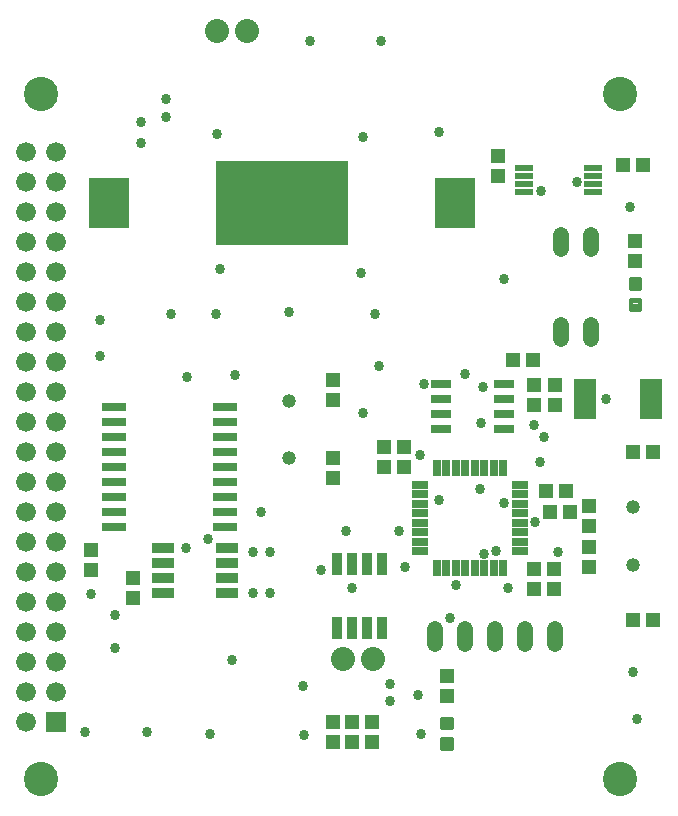
<source format=gbr>
G04 EAGLE Gerber X2 export*
%TF.Part,Single*%
%TF.FileFunction,Soldermask,Top,1*%
%TF.FilePolarity,Negative*%
%TF.GenerationSoftware,Autodesk,EAGLE,8.6.1*%
%TF.CreationDate,2018-11-15T20:20:10Z*%
G75*
%MOMM*%
%FSLAX34Y34*%
%LPD*%
%AMOC8*
5,1,8,0,0,1.08239X$1,22.5*%
G01*
%ADD10R,1.152400X1.252400*%
%ADD11R,1.701800X0.711200*%
%ADD12R,1.252400X1.152400*%
%ADD13R,1.625600X0.508000*%
%ADD14C,1.371600*%
%ADD15R,1.352400X0.652400*%
%ADD16R,0.652400X1.352400*%
%ADD17C,1.182400*%
%ADD18R,1.952400X3.352400*%
%ADD19R,3.352400X4.352400*%
%ADD20R,11.152400X7.152400*%
%ADD21C,2.032000*%
%ADD22C,0.345719*%
%ADD23C,2.902400*%
%ADD24R,1.676400X1.676400*%
%ADD25C,1.676400*%
%ADD26R,0.902400X1.852400*%
%ADD27R,2.152400X0.752400*%
%ADD28R,1.852400X0.902400*%
%ADD29C,0.858000*%


D10*
X452290Y553890D03*
X452290Y570890D03*
D11*
X403943Y377700D03*
X403943Y365000D03*
X403943Y352300D03*
X403943Y339600D03*
X457537Y339600D03*
X457537Y352300D03*
X457537Y365000D03*
X457537Y377700D03*
D10*
X568430Y481300D03*
X568430Y498300D03*
D12*
X575040Y562600D03*
X558040Y562600D03*
D13*
X533090Y540500D03*
X533090Y547000D03*
X533090Y553500D03*
X533090Y560000D03*
X474670Y560000D03*
X474670Y553500D03*
X474670Y547000D03*
X474670Y540500D03*
D12*
X496452Y269494D03*
X513452Y269494D03*
D10*
X482854Y221098D03*
X482854Y204098D03*
D12*
X492642Y286766D03*
X509642Y286766D03*
D10*
X499872Y220844D03*
X499872Y203844D03*
D12*
X372990Y307340D03*
X355990Y307340D03*
X372990Y323850D03*
X355990Y323850D03*
X566810Y177800D03*
X583810Y177800D03*
X566810Y320040D03*
X583810Y320040D03*
D14*
X398780Y169926D02*
X398780Y157734D01*
X424180Y157734D02*
X424180Y169926D01*
X449580Y169926D02*
X449580Y157734D01*
X474980Y157734D02*
X474980Y169926D01*
X500380Y169926D02*
X500380Y157734D01*
D15*
X471170Y292100D03*
X471170Y284100D03*
X471170Y276100D03*
X471170Y268100D03*
X471170Y260100D03*
X471170Y252100D03*
X471170Y244100D03*
X471170Y236100D03*
X386170Y292100D03*
X386170Y284100D03*
X386170Y276100D03*
X386170Y268100D03*
X386170Y260100D03*
X386170Y252100D03*
X386170Y244100D03*
X386170Y236100D03*
D16*
X456670Y306600D03*
X456670Y221600D03*
X448670Y221600D03*
X440670Y221600D03*
X432670Y221600D03*
X424670Y221600D03*
X416670Y221600D03*
X408670Y221600D03*
X400670Y221600D03*
X448670Y306600D03*
X440670Y306600D03*
X432670Y306600D03*
X424670Y306600D03*
X416670Y306600D03*
X408670Y306600D03*
X400670Y306600D03*
D17*
X566420Y224520D03*
X566420Y273320D03*
D10*
X529590Y273930D03*
X529590Y256930D03*
D18*
X581720Y364490D03*
X525720Y364490D03*
D10*
X500380Y359800D03*
X500380Y376800D03*
X529590Y222640D03*
X529590Y239640D03*
D19*
X415740Y530860D03*
X122740Y530860D03*
D20*
X269240Y530860D03*
D21*
X239400Y676080D03*
X214000Y676080D03*
D14*
X530970Y503706D02*
X530970Y491514D01*
X505570Y491514D02*
X505570Y503706D01*
X505570Y427506D02*
X505570Y415314D01*
X530970Y415314D02*
X530970Y427506D01*
D22*
X564606Y448574D02*
X572674Y448574D01*
X572674Y440506D01*
X564606Y440506D01*
X564606Y448574D01*
X564606Y443962D02*
X572674Y443962D01*
X572674Y447418D02*
X564606Y447418D01*
X564606Y466114D02*
X572674Y466114D01*
X572674Y458046D01*
X564606Y458046D01*
X564606Y466114D01*
X564606Y461502D02*
X572674Y461502D01*
X572674Y464958D02*
X564606Y464958D01*
D23*
X555440Y42730D03*
X555440Y622730D03*
X65440Y42730D03*
X65440Y622730D03*
D24*
X78140Y91430D03*
D25*
X52722Y91296D03*
X78122Y116696D03*
X52722Y116696D03*
X78122Y142096D03*
X52722Y142096D03*
X78122Y167496D03*
X52722Y167496D03*
X78122Y192896D03*
X52722Y192896D03*
X78122Y218296D03*
X52722Y218296D03*
X78122Y243696D03*
X52722Y243696D03*
X78122Y269096D03*
X52722Y269096D03*
X78122Y294496D03*
X52722Y294496D03*
X78122Y319896D03*
X52722Y319896D03*
X78122Y345296D03*
X52722Y345296D03*
X78122Y370696D03*
X52722Y370696D03*
X78122Y396096D03*
X52722Y396096D03*
X78122Y421496D03*
X52722Y421496D03*
X78122Y446896D03*
X52722Y446896D03*
X78122Y472296D03*
X52722Y472296D03*
X78122Y497696D03*
X52722Y497696D03*
X78122Y523096D03*
X52722Y523096D03*
X78122Y548496D03*
X52722Y548496D03*
X78122Y573896D03*
X52722Y573896D03*
D12*
X482040Y397460D03*
X465040Y397460D03*
D21*
X321310Y144780D03*
X346710Y144780D03*
D10*
X345440Y74050D03*
X345440Y91050D03*
X328930Y91050D03*
X328930Y74050D03*
X312420Y91050D03*
X312420Y74050D03*
D26*
X316230Y224790D03*
X328930Y224790D03*
X341630Y224790D03*
X354330Y224790D03*
X316230Y170790D03*
X328930Y170790D03*
X341630Y170790D03*
X354330Y170790D03*
D27*
X220980Y358140D03*
X220980Y345440D03*
X220980Y332740D03*
X220980Y320040D03*
X220980Y307340D03*
X220980Y294640D03*
X220980Y281940D03*
X220980Y269240D03*
X220980Y256540D03*
X126980Y358140D03*
X126980Y345440D03*
X126980Y332740D03*
X126980Y320040D03*
X126980Y307340D03*
X126980Y294640D03*
X126980Y281940D03*
X126980Y269240D03*
X126980Y256540D03*
D28*
X168910Y200660D03*
X168910Y213360D03*
X168910Y226060D03*
X168910Y238760D03*
X222910Y200660D03*
X222910Y213360D03*
X222910Y226060D03*
X222910Y238760D03*
D10*
X143510Y212970D03*
X143510Y195970D03*
X482600Y376800D03*
X482600Y359800D03*
X107950Y236846D03*
X107950Y219846D03*
X312420Y314570D03*
X312420Y297570D03*
X312420Y363610D03*
X312420Y380610D03*
D17*
X275590Y314690D03*
X275590Y363490D03*
D10*
X408940Y113420D03*
X408940Y130420D03*
D22*
X404906Y76544D02*
X412974Y76544D01*
X412974Y68476D01*
X404906Y68476D01*
X404906Y76544D01*
X404906Y71932D02*
X412974Y71932D01*
X412974Y75388D02*
X404906Y75388D01*
X404906Y94084D02*
X412974Y94084D01*
X412974Y86016D01*
X404906Y86016D01*
X404906Y94084D01*
X404906Y89472D02*
X412974Y89472D01*
X412974Y92928D02*
X404906Y92928D01*
D29*
X424180Y386080D03*
X439420Y374650D03*
X386080Y317500D03*
X115570Y401320D03*
X115570Y431800D03*
X189230Y383540D03*
X229870Y384810D03*
X213360Y436880D03*
X275590Y438150D03*
X347980Y436880D03*
X351790Y392430D03*
X337820Y353060D03*
X107950Y199390D03*
X102870Y82550D03*
X154940Y82550D03*
X208280Y81280D03*
X384810Y114300D03*
X387350Y81280D03*
X566420Y133350D03*
X570230Y93980D03*
X373380Y222250D03*
X251460Y269240D03*
X402590Y590550D03*
X457200Y466090D03*
X563880Y527050D03*
X353060Y668020D03*
X293370Y668020D03*
X217170Y474980D03*
X214630Y589280D03*
X337820Y586740D03*
X336550Y471170D03*
X288290Y80010D03*
X287020Y121920D03*
X482600Y342900D03*
X461010Y204470D03*
X149860Y599440D03*
X171450Y603250D03*
X171450Y618490D03*
X149860Y581660D03*
X488950Y541020D03*
X502920Y234950D03*
X328930Y204470D03*
X175260Y436880D03*
X543560Y364490D03*
X487680Y311150D03*
X483826Y260306D03*
X450850Y236220D03*
X440690Y233680D03*
X519430Y548640D03*
X227330Y143510D03*
X323850Y252730D03*
X368300Y252730D03*
X259080Y200660D03*
X259080Y234950D03*
X245110Y200660D03*
X245110Y234950D03*
X438150Y344170D03*
X389890Y377190D03*
X436880Y288290D03*
X302260Y219710D03*
X207010Y246380D03*
X187960Y238760D03*
X402590Y279400D03*
X491490Y332740D03*
X457200Y276860D03*
X128270Y153670D03*
X360680Y109220D03*
X128270Y181610D03*
X360680Y123190D03*
X411480Y179070D03*
X416560Y207010D03*
M02*

</source>
